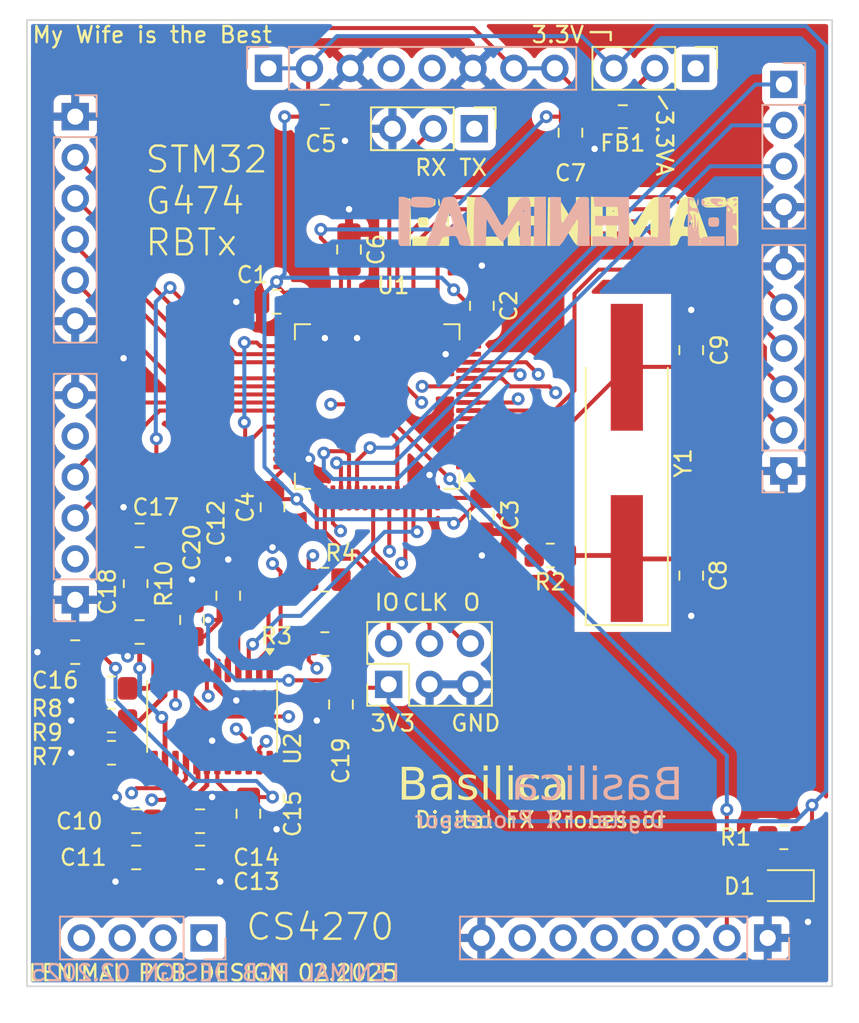
<source format=kicad_pcb>
(kicad_pcb (version 20240108) (generator "pcbnew") (generator_version "8.0")
  (layers (0 "F.Cu" signal) (1 "In1.Cu" signal) (2 "In2.Cu" signal) (31 "B.Cu" signal) (34 "B.Paste" user) (35 "F.Paste" user) (36 "B.SilkS" user "B.Silkscreen") (37 "F.SilkS" user "F.Silkscreen") (38 "B.Mask" user) (39 "F.Mask" user) (44 "Edge.Cuts" user))
  (net 0 "")
  (net 1 "+3.3V")
  (net 2 "GNDREF")
  (net 3 "+3.3VA")
  (net 4 "Net-(C8-Pad1)")
  (net 5 "/CS4270/OUTPUT_B")
  (net 6 "/CS4270/INPUT_B")
  (net 7 "/CS4270/INPUT_A")
  (net 8 "/CS4270/OUTPUT_A")
  (net 10 "/STM32/RX")
  (net 11 "/STM32/TX")
  (net 12 "/STM32/SWD_CLK")
  (net 13 "/STM32/SWD_IO")
  (net 15 "/STM32/HSC_IN")
  (net 16 "/STM32/HSC_OUT")
  (net 21 "/STM32/SIZE_CV")
  (net 22 "/CS4270/I2C_SDA")
  (net 23 "/CS4270/SAI_LRCLK")
  (net 25 "/STM32/TEXTURE_CV")
  (net 26 "/STM32/LED_DATA")
  (net 28 "/STM32/DENSITY_CV")
  (net 29 "/STM32/FREEZE_TRIGGER")
  (net 30 "/STM32/BLEND_CV")
  (net 35 "/STM32/PITCH")
  (net 36 "/CS4270/RST")
  (net 37 "/STM32/SW_LOAD")
  (net 38 "/STM32/TEXTURE")
  (net 39 "/STM32/POSITION_CV")
  (net 41 "/STM32/PLAY_TRIGGER")
  (net 42 "/STM32/SIZE")
  (net 43 "/CS4270/SAI_SDIN")
  (net 44 "/STM32/V_OCT")
  (net 45 "/STM32/BLEND")
  (net 46 "/CS4270/SAI_SDOUT")
  (net 47 "/CS4270/SAI_MCLK")
  (net 48 "/STM32/LED_ENABLE")
  (net 52 "Net-(D1-A)")
  (net 54 "/STM32/FREEZE_LED")
  (net 56 "/STM32/SW_MODE")
  (net 57 "/STM32/LED_CLK")
  (net 59 "/CS4270/SAI_SCLK")
  (net 60 "/CS4270/I2C_SCL")
  (net 61 "Net-(U2-AD1{slash}CDIN{slash}MDIV1)")
  (net 62 "Net-(U2-VQ)")
  (net 64 "Net-(U2-~{RST})")
  (net 65 "Net-(U2-AD2{slash}MDIV2)")
  (net 66 "Net-(U2-FIL+)")
  (net 69 "Net-(J4-Pin_2)")
  (net 70 "Net-(U2-AD0{slash}~{CS}{slash}I2S{slash}~{LJ})")
  (net 71 "/STM32/SW_FREEZE")
  (net 73 "/STM32/SWD_O")
  (footprint "Capacitor_SMD:C_0805_2012Metric_Pad1.18x1.45mm_HandSolder" (layer "F.Cu") (at 83.75 57 90)
    (property "Reference" "C7")
    (property "Value" "1uF")
  )
  (footprint "Capacitor_SMD:C_0805_2012Metric_Pad1.18x1.45mm_HandSolder" (layer "F.Cu") (at 68.5 56 180)
    (property "Reference" "C5")
    (property "Value" "10uF")
  )
  (footprint "Resistor_SMD:R_0805_2012Metric_Pad1.20x1.40mm_HandSolder" (layer "F.Cu") (at 82.5 83.25 180)
    (property "Reference" "R2")
    (property "Value" "10R")
  )
  (footprint "Package_SO:TSSOP-24_4.4x7.8mm_P0.65mm" (layer "F.Cu") (at 61.5 93.25 -90)
    (property "Reference" "U2")
    (property "Value" "CS4270")
  )
  (footprint "Package_QFP:LQFP-64_10x10mm_P0.5mm" (layer "F.Cu") (at 71.75 74 180)
    (property "Reference" "U1")
    (property "Value" "STM32G474RBTx")
  )
  (footprint "Connector_PinHeader_2.54mm:PinHeader_1x03_P2.54mm_Vertical" (layer "F.Cu") (at 77.775 56.75 -90)
    (property "Reference" "J6" (hide yes))
    (property "Value" "UART")
  )
  (footprint "Capacitor_SMD:C_0805_2012Metric_Pad1.18x1.45mm_HandSolder" (layer "F.Cu") (at 91.25 70.5 90)
    (property "Reference" "C9")
    (property "Value" "10pF")
  )
  (footprint "Capacitor_SMD:C_0805_2012Metric_Pad1.18x1.45mm_HandSolder" (layer "F.Cu") (at 65.25 80.25 90)
    (property "Reference" "C4")
    (property "Value" "100nF")
  )
  (footprint "Capacitor_SMD:C_0805_2012Metric_Pad1.18x1.45mm_HandSolder" (layer "F.Cu") (at 57 82 180)
    (property "Reference" "C17")
    (property "Value" "2.2uF")
  )
  (footprint "Capacitor_SMD:C_0805_2012Metric_Pad1.18x1.45mm_HandSolder" (layer "F.Cu") (at 70 64.25 -90)
    (property "Reference" "C6")
    (property "Value" "100nF")
  )
  (footprint "Resistor_SMD:R_0805_2012Metric_Pad1.20x1.40mm_HandSolder" (layer "F.Cu") (at 56.75 85 90)
    (property "Reference" "R10")
    (property "Value" "5K1")
  )
  (footprint "Capacitor_SMD:C_0805_2012Metric_Pad1.18x1.45mm_HandSolder" (layer "F.Cu") (at 60.75 99.75 180)
    (property "Reference" "C14")
    (property "Value" "47uF")
  )
  (footprint "Capacitor_SMD:C_0805_2012Metric_Pad1.18x1.45mm_HandSolder" (layer "F.Cu") (at 60.75 102 180)
    (property "Reference" "C13")
    (property "Value" "100nF")
  )
  (footprint "Inductor_SMD:L_0805_2012Metric_Pad1.15x1.40mm_HandSolder" (layer "F.Cu") (at 87 56 180)
    (property "Reference" "FB1")
    (property "Value" "120Ω")
  )
  (footprint "Capacitor_SMD:C_0805_2012Metric_Pad1.18x1.45mm_HandSolder" (layer "F.Cu") (at 62.5 85.75 90)
    (property "Reference" "C12")
    (property "Value" "100nF")
  )
  (footprint "Capacitor_SMD:C_0805_2012Metric_Pad1.18x1.45mm_HandSolder" (layer "F.Cu") (at 65.5 67.5)
    (property "Reference" "C1")
    (property "Value" "100nF")
  )
  (footprint "Capacitor_SMD:C_0805_2012Metric_Pad1.18x1.45mm_HandSolder" (layer "F.Cu") (at 78.25 80.75 90)
    (property "Reference" "C3")
    (property "Value" "100nF")
  )
  (footprint "Resistor_SMD:R_0805_2012Metric_Pad1.20x1.40mm_HandSolder" (layer "F.Cu") (at 55.25 93.5)
    (property "Reference" "R9")
    (property "Value" "5K1")
  )
  (footprint "Connector_PinHeader_2.54mm:PinHeader_1x03_P2.54mm_Vertical" (layer "F.Cu") (at 91.525 53 -90)
    (property "Reference" "J4" (hide yes))
    (property "Value" "V_VA_CONN")
  )
  (footprint "Crystal:Crystal_SMD_HC49-SD_HandSoldering" (layer "F.Cu") (at 87.25 77.5 90)
    (property "Reference" "Y1")
    (property "Value" "20MHZ")
  )
  (footprint "Capacitor_SMD:C_0805_2012Metric_Pad1.18x1.45mm_HandSolder" (layer "F.Cu") (at 78.25 67.75 -90)
    (property "Reference" "C2")
    (property "Value" "100nF")
  )
  (footprint "Resistor_SMD:R_0805_2012Metric_Pad1.20x1.40mm_HandSolder" (layer "F.Cu") (at 55.25 95.5)
    (property "Reference" "R7")
    (property "Value" "5K1")
  )
  (footprint "Resistor_SMD:R_0805_2012Metric_Pad1.20x1.40mm_HandSolder" (layer "F.Cu") (at 55.25 91.5)
    (property "Reference" "R8")
    (property "Value" "5K1")
  )
  (footprint "Resistor_SMD:R_0805_2012Metric_Pad1.20x1.40mm_HandSolder" (layer "F.Cu") (at 68.5 84.75)
    (property "Reference" "R4")
    (property "Value" "2K2")
  )
  (footprint "Resistor_SMD:R_0805_2012Metric_Pad1.20x1.40mm_HandSolder" (layer "F.Cu") (at 68.5 88.75 180)
    (property "Reference" "R3")
    (property "Value" "2K2")
  )
  (footprint "Capacitor_SMD:C_0805_2012Metric_Pad1.18x1.45mm_HandSolder" (layer "F.Cu") (at 60.25 87.25 90)
    (property "Reference" "C20")
    (property "Value" "100nF")
  )
  (footprint "LED_SMD:LED_0805_2012Metric_Pad1.15x1.40mm_HandSolder" (layer "F.Cu") (at 97 103.75 180)
    (property "Reference" "D1")
    (property "Value" "LED")
  )
  (footprint "Resistor_SMD:R_0805_2012Metric_Pad1.20x1.40mm_HandSolder" (layer "F.Cu") (at 97 100.75)
    (property "Reference" "R1")
    (property "Value" "330R")
  )
  (footprint "Capacitor_SMD:C_0805_2012Metric_Pad1.18x1.45mm_HandSolder" (layer "F.Cu") (at 56.7875 102 180)
    (property "Reference" "C11")
    (property "Value" "10uF")
  )
  (footprint "Capacitor_SMD:C_0805_2012Metric_Pad1.18x1.45mm_HandSolder" (layer "F.Cu") (at 91.25 84.5 -90)
    (property "Reference" "C8")
    (property "Value" "10pF")
  )
  (footprint "Synth:lenimal_logo_full" (layer "F.Cu") (at 83.75 62.5)
    (property "Reference" "G***" (hide yes))
    (property "Value" "LOGO" (hide yes))
  )
  (footprint "Capacitor_SMD:C_0805_2012Metric_Pad1.18x1.45mm_HandSolder" (layer "F.Cu") (at 53 89.25 180)
    (property "Reference" "C16")
    (property "Value" "10uF")
  )
  (footprint "Capacitor_SMD:C_0805_2012Metric_Pad1.18x1.45mm_HandSolder" (layer "F.Cu") (at 57 88 180)
    (property "Reference" "C18")
    (property "Value" "2.2uF")
  )
  (footprint "Connector_PinHeader_2.54mm:PinHeader_2x03_P2.54mm_Vertical" (layer "F.Cu") (at 72.46 91.25 90)
    (property "Reference" "J5" (hide yes))
    (property "Value" "SWD")
  )
  (footprint "Capacitor_SMD:C_0805_2012Metric_Pad1.18x1.45mm_HandSolder" (layer "F.Cu") (at 69.5 92.5 -90)
    (property "Reference" "C19")
    (property "Value" "10uF")
  )
  (footprint "Capacitor_SMD:C_0805_2012Metric_Pad1.18x1.45mm_HandSolder" (layer "F.Cu") (at 56.7875 99.75 180)
    (property "Reference" "C10")
    (property "Value" "100nF")
  )
  (footprint "Capacitor_SMD:C_0805_2012Metric_Pad1.18x1.45mm_HandSolder" (layer "F.Cu") (at 63.75 99.2875 -90)
    (property "Reference" "C15")
    (property "Value" "100nF")
  )
  (footprint "Connector_PinHeader_2.54mm:PinHeader_1x06_P2.54mm_Vertical" (layer "B.Cu") (at 53 56 180)
    (property "Reference" "J11" (hide yes))
    (property "Value" "Conn_01x06")
  )
  (footprint "Synth:lenimal_logo_full" (layer "B.Cu") (at 83.5 62.5 180)
    (property "Reference" "G***" (hide yes))
    (property "Value" "LOGO" (hide yes))
  )
  (footprint "Connector_PinHeader_2.54mm:PinHeader_1x04_P2.54mm_Vertical" (layer "B.Cu") (at 97 54 180)
    (property "Reference" "J2" (hide yes))
    (property "Value" "LED_DRIVER")
  )
  (footprint "Connector_PinHeader_2.54mm:PinHeader_1x06_P2.54mm_Vertical" (layer "B.Cu") (at 53 86)
    (property "Reference" "J10" (hide yes))
    (property "Value" "Conn_01x06")
  )
  (footprint "Connector_PinHeader_2.54mm:PinHeader_1x04_P2.54mm_Vertical" (layer "B.Cu") (at 61 107 90)
    (property "Reference" "J1" (hide yes))
    (property "Value" "AUDIO_IN_OUT")
  )
  (footprint "Connector_PinHeader_2.54mm:PinHeader_1x06_P2.54mm_Vertical" (layer "B.Cu") (at 97 78)
    (property "Reference" "J9" (hide yes))
    (property "Value" "Conn_01x06")
  )
  (footprint "Connector_PinHeader_2.54mm:PinHeader_1x08_P2.54mm_Vertical" (layer "B.Cu") (at 96 107 90)
    (property "Reference" "J8" (hide yes))
    (property "Value" "Conn_01x08")
  )
  (footprint "Connector_PinHeader_2.54mm:PinHeader_1x08_P2.54mm_Vertical" (layer "B.Cu") (at 65 53 -90)
    (property "Reference" "J3" (hide yes))
    (property "Value" "Power")
  )
  (gr_line (start 89.75 55.5) (end 89.25 54.75) (stroke (width 0.15)) (layer "F.SilkS"))
  (gr_line (start 86.25 50.75) (end 86.25 51.25) (stroke (width 0.15)) (layer "F.SilkS"))
  (gr_line (start 85 50.75) (end 86.25 50.75) (stroke (width 0.15)) (layer "F.SilkS"))
  (gr_rect (start 50 50) (end 100 110) (stroke (width 0.1)) (fill none) (layer "Edge.Cuts"))
  (gr_text "Basilica" (at 90.75 98.75 -0) (layer "B.SilkS") (effects (font (size 2 2)) (justify left bottom mirror)))
  (gr_text "LENIMAL PCB DESIGN 02.2025" (at 73.25 109.75 -0) (layer "B.SilkS") (effects (font (size 1 1)) (justify left bottom mirror)))
  (gr_text "Digital FX Processor" (at 89.75 100.25 -0) (layer "B.SilkS") (effects (font (size 1 1)) (justify left bottom mirror)))
  (gr_text "O" (at 77 86.75 0) (layer "F.SilkS") (effects (font (size 1 1)) (justify left bottom)))
  (gr_text "My Wife is the Best" (at 50.25 51.5 0) (layer "F.SilkS") (effects (font (size 1 1)) (justify left bottom)))
  (gr_text "3.3V" (at 81.25 51.5 0) (layer "F.SilkS") (effects (font (size 1 1)) (justify left bottom)))
  (gr_text "IO" (at 71.5 86.75 0) (layer "F.SilkS") (effects (font (size 1 1)) (justify left bottom)))
  (gr_text "Digital FX Processor" (at 74 100.25 0) (layer "F.SilkS") (effects (font (size 1 1)) (justify left bottom)))
  (gr_text "Basilica" (at 73 98.75 0) (layer "F.SilkS") (effects (font (size 2 2)) (justify left bottom)))
  (gr_text "LENIMAL PCB DESIGN 02.2025" (at 50 109.75 0) (layer "F.SilkS") (effects (font (size 1 1)) (justify left bottom)))
  (gr_text "TX" (at 76.75 59.75 0) (layer "F.SilkS") (effects (font (size 1 1)) (justify left bottom)))
  (gr_text "CLK" (at 73.25 86.75 0) (layer "F.SilkS") (effects (font (size 1 1)) (justify left bottom)))
  (gr_text "STM32\nG474\nRBTx" (at 57.25 64.75 0) (layer "F.SilkS") (effects (font (size 1.6 1.6)) (justify left bottom)))
  (gr_text "GND" (at 76.25 94.25 0) (layer "F.SilkS") (effects (font (size 1 1)) (justify left bottom)))
  (gr_text "CS4270" (at 63.5 107.25 0) (layer "F.SilkS") (effects (font (size 1.6 1.6)) (justify left bottom)))
  (gr_text "RX" (at 74 59.75 0) (layer "F.SilkS") (effects (font (size 1 1)) (justify left bottom)))
  (gr_text "3.3VA" (at 89 55.5 -90) (layer "F.SilkS") (effects (font (size 1 1)) (justify left bottom)))
  (gr_text "3V3" (at 71.25 94.25 0) (layer "F.SilkS") (effects (font (size 1 1)) (justify left bottom)))
  (segment (start 67.4625 56) (end 67.4625 53.0775) (width 0.25) (layer "F.Cu") (net 1))
  (segment (start 65.5 66.25) (end 65.5 66.4625) (width 0.25) (layer "F.Cu") (net 1))
  (segment (start 77.9625 79.7125) (end 77.925 79.675) (width 0.25) (layer "F.Cu") (net 1))
  (segment (start 69.5 91.4625) (end 72.2475 91.4625) (width 0.25) (layer "F.Cu") (net 1))
  (segment (start 76.5 66.75) (end 78.25 68.5) (width 0.25) (layer "F.Cu") (net 1))
  (segment (start 69.0375 91) (end 69.5 91.4625) (width 0.25) (layer "F.Cu") (net 1))
  (segment (start 62.0375 87.25) (end 62.5 86.7875) (width 0.25) (layer "F.Cu") (net 1))
  (segment (start 78.25 79.7125) (end 77.9625 79.7125) (width 0.25) (layer "F.Cu") (net 1))
  (segment (start 98.75 100.5) (end 98.5 100.75) (width 0.25) (layer "F.Cu") (net 1))
  (segment (start 65.5 66.4625) (end 66.5375 67.5) (width 0.25) (layer "F.Cu") (net 1))
  (segment (start 61 88.2875) (end 62.5 86.7875) (width 0.25) (layer "F.Cu") (net 1))
  (segment (start 98.75 98.75) (end 98.75 100.5) (width 0.25) (layer "F.Cu") (net 1))
  (segment (start 69.5 86.75) (end 69.5 84.75) (width 0.25) (layer "F.Cu") (net 1))
  (segment (start 60.25 88.2875) (end 61 88.2875) (width 0.25) (layer "F.Cu") (net 1))
  (segment (start 65.25 78.575) (end 66.075 77.75) (width 0.25) (layer "F.Cu") (net 1))
  (segment (start 69.5 91.4625) (end 69.5 88.75) (width 0.25) (layer "F.Cu") (net 1))
  (segment (start 60.525 90.3875) (end 60.525 88.5625) (width 0.25) (layer "F.Cu") (net 1))
  (segment (start 66.5375 67.5) (end 67.175 67.5) (width 0.25) (layer "F.Cu") (net 1))
  (segment (start 66.25 91) (end 69.0375 91) (width 0.25) (layer "F.Cu") (net 1))
  (segment (start 60.525 88.5625) (end 60.25 88.2875) (width 0.25) (layer "F.Cu") (net 1))
  (segment (start 67.4625 56) (end 66 56) (width 0.25) (layer "F.Cu") (net 1))
  (segment (start 66.75 79.75) (end 65.7875 79.75) (width 0.25) (layer "F.Cu") (net 1))
  (segment (start 76.5 81.25) (end 76.7125 81.25) (width 0.25) (layer "F.Cu") (net 1))
  (segment (start 65.7875 79.75) (end 65.25 79.2125) (width 0.25) (layer "F.Cu") (net 1))
  (segment (start 78.25 78.575) (end 77.425 77.75) (width 0.25) (layer "F.Cu") (net 1))
  (segment (start 61.25 87.25) (end 62.0375 87.25) (width 0.25) (layer "F.Cu") (net 1))
  (segment (start 77.925 79.675) (end 75.5 79.675) (width 0.25) (layer "F.Cu") (net 1))
  (segment (start 67.175 67.5) (end 68 68.325) (width 0.25) (layer "F.Cu") (net 1))
  (segment (start 78.25 79.7125) (end 78.25 78.575) (width 0.25) (layer "F.Cu") (net 1))
  (segment (start 78.25 68.5) (end 78.25 68.7875) (width 0.25) (layer "F.Cu") (net 1))
  (segment (start 67.4625 53.0775) (end 67.54 53) (width 0.25) (layer "F.Cu") (net 1))
  (segment (start 78.25 69.425) (end 77.425 70.25) (width 0.25) (layer "F.Cu") (net 1))
  (segment (start 65.25 79.2125) (end 65.25 78.575) (width 0.25) (layer "F.Cu") (net 1))
  (segment (start 78.25 68.7875) (end 78.25 69.425) (width 0.25) (layer "F.Cu") (net 1))
  (segment (start 76.7125 81.25) (end 78.25 79.7125) (width 0.25) (layer "F.Cu") (net 1))
  (segment (start 72.2475 91.4625) (end 72.46 91.25) (width 0.25) (layer "F.Cu") (net 1))
  (segment (start 62.475 86.8125) (end 62.5 86.7875) (width 0.25) (layer "F.Cu") (net 1))
  (segment (start 69.5 88.75) (end 69.5 86.75) (width 0.25) (layer "F.Cu") (net 1))
  (segment (start 62.475 90.3875) (end 62.475 86.8125) (width 0.25) (layer "F.Cu") (net 1))
  (via (at 76.5 66.75) (size 0.8) (drill 0.4) (layers "F.Cu" "B.Cu") (net 1))
  (via (at 76.5 81.25) (size 0.8) (drill 0.4) (layers "F.Cu" "B.Cu") (net 1))
  (via (at 65.5 66.25) (size 0.8) (drill 0.4) (layers "F.Cu" "B.Cu") (net 1))
  (via (at 66.75 79.75) (size 0.8) (drill 0.4) (layers "F.Cu" "B.Cu") (net 1))
  (via (at 98.75 98.75) (size 0.8) (drill 0.4) (layers "F.Cu" "B.Cu") (net 1))
  (via (at 66.25 91) (size 0.8) (drill 0.4) (layers "F.Cu" "B.Cu") (net 1))
  (via (at 66 56) (size 0.8) (drill 0.4) (layers "F.Cu" "B.Cu") (net 1))
  (via (at 61.25 87.25) (size 0.8) (drill 0.4) (layers "F.Cu" "B.Cu") (net 1))
  (segment (start 89.07 50.375) (end 86.445 53) (width 0.25) (layer "B.Cu") (net 1))
  (segment (start 66.25 91) (end 63 91) (width 0.25) (layer "B.Cu") (net 1))
  (segment (start 86.445 53) (end 84.445 51) (width 0.25) (layer "B.Cu") (net 1))
  (segment (start 69.25 51) (end 67.54 52.71) (width 0.25) (layer "B.Cu") (net 1))
  (segment (start 65.75 66) (end 65.5 66.25) (width 0.25) (layer "B.Cu") (net 1))
  (segment (start 98.375 50.375) (end 89.07 50.375) (width 0.25) (layer "B.Cu") (net 1))
  (segment (start 97.75 99.75) (end 79.86 99.75) (width 0.25) (layer "B.Cu") (net 1))
  (segment (start 75.75 66) (end 65.75 66) (width 0.25) (layer "B.Cu") (net 1))
  (segment (start 66 56) (end 66 65.75) (width 0.25) (layer "B.Cu") (net 1))
  (segment (start 79.86 99.75) (end 72.46 92.35) (width 0.25) (layer "B.Cu") (net 1))
  (segment (start 67.54 53) (end 65 53) (width 0.25) (layer "B.Cu") (net 1))
  (segment (start 64.75 77.75) (end 66.75 79.75) (width 0.25) (layer "B.Cu") (net 1))
  (segment (start 99.625 51.625) (end 98.375 50.375) (width 0.25) (layer "B.Cu") (net 1))
  (segment (start 99.625 97.875) (end 99.625 51.625) (width 0.25) (layer "B.Cu") (net 1))
  (segment (start 76.5 66.75) (end 75.75 66) (width 0.25) (layer "B.Cu") (net 1))
  (segment (start 68 81) (end 66.75 79.75) (width 0.25) (layer "B.Cu") (net 1))
  (segment (start 76.25 81) (end 68 81) (width 0.25) (layer "B.Cu") (net 1))
  (segment (start 76.5 81.25) (end 76.25 81) (width 0.25) (layer "B.Cu") (net 1))
  (segment (start 98.75 98.75) (end 97.75 99.75) (width 0.25) (layer "B.Cu") (net 1))
  (segment (start 67.54 52.71) (end 67.54 53) (width 0.25) (layer "B.Cu") (net 1))
  (segment (start 61.25 89.25) (end 61.25 87.25) (width 0.25) (layer "B.Cu") (net 1))
  (segment (start 98.75 98.75) (end 99.625 97.875) (width 0.25) (layer "B.Cu") (net 1))
  (segment (start 72.46 92.35) (end 72.46 91.25) (width 0.25) (layer "B.Cu") (net 1))
  (segment (start 66 65.75) (end 65.5 66.25) (width 0.25) (layer "B.Cu") (net 1))
  (segment (start 65.5 66.25) (end 64.75 67) (width 0.25) (layer "B.Cu") (net 1))
  (segment (start 63 91) (end 61.25 89.25) (width 0.25) (layer "B.Cu") (net 1))
  (segment (start 84.445 51) (end 69.25 51) (width 0.25) (layer "B.Cu") (net 1))
  (segment (start 64.75 67) (end 64.75 77.75) (width 0.25) (layer "B.Cu") (net 1))
  (segment (start 61.5 94.75) (end 61.980588 94.75) (width 0.5) (layer "F.Cu") (net 2))
  (segment (start 62.727388 92.25) (end 61.825 91.347612) (width 0.5) (layer "F.Cu") (net 2))
  (segment (start 77.425 70.75) (end 76 70.75) (width 0.3) (layer "F.Cu") (net 2))
  (segment (start 63 92.25) (end 62.727388 92.25) (width 0.5) (layer "F.Cu") (net 2))
  (segment (start 70.5 68.325) (end 70.5 69.75) (width 0.3) (layer "F.Cu") (net 2))
  (segment (start 62.475 95.244412) (end 62.475 96.1125) (width 0.5) (layer "F.Cu") (net 2))
  (segment (start 61.5 99.4625) (end 61.7875 99.75) (width 0.3) (layer "F.Cu") (net 2))
  (segment (start 61.980588 94.75) (end 62.475 95.244412) (width 0.5) (layer "F.Cu") (net 2))
  (segment (start 61.825 91.347612) (end 61.825 90.3875) (width 0.5) (layer "F.Cu") (net 2))
  (segment (start 66.075 77.25) (end 67.5 77.25) (width 0.3) (layer "F.Cu") (net 2))
  (via (at 56.25 89.5) (size 0.8) (drill 0.4) (layers "F.Cu" "B.Cu") (net 2))
  (via (at 91.25 87) (size 0.8) (drill 0.4) (layers "F.Cu" "B.Cu") (net 2))
  (via (at 52.75 93.5) (size 0.8) (drill 0.4) (layers "F.Cu" "B.Cu") (net 2))
  (via (at 70.5 69.75) (size 0.8) (drill 0.4) (layers "F.Cu" "B.Cu") (net 2))
  (via (at 62 103.5) (size 0.8) (drill 0.4) (layers "F.Cu" "B.Cu") (net 2))
  (via (at 55.5 103.5) (size 0.8) (drill 0.4) (layers "F.Cu" "B.Cu") (net 2))
  (via (at 62.5 83.5) (size 0.8) (drill 0.4) (layers "F.Cu" "B.Cu") (net 2))
  (via (at 67.5 77.25) (size 0.8) (drill 0.4) (layers "F.Cu" "B.Cu") (net 2))
  (via (at 63 92.25) (size 0.8) (drill 0.4) (layers "F.Cu" "B.Cu") (net 2))
  (via (at 61.5 94.75) (size 0.8) (drill 0.4) (layers "F.Cu" "B.Cu") (net 2))
  (via (at 85.25 58) (size 0.8) (drill 0.4) (layers "F.Cu" "B.Cu") (net 2))
  (via (at 52.75 95.5) (size 0.8) (drill 0.4) (layers "F.Cu" "B.Cu") (net 2))
  (via (at 91.25 68) (size 0.8) (drill 0.4) (layers "F.Cu" "B.Cu") (net 2))
  (via (at 61.5 98.25) (size 0.8) (drill 0.4) (layers "F.Cu" "B.Cu") (net 2))
  (via (at 60.25 84.75) (size 0.8) (drill 0.4) (layers "F.Cu" "B.Cu") (net 2))
  (via (at 56 71) (size 0.8) (drill 0.4) (layers "F.Cu" "B.Cu") (net 2))
  (via (at 56 80.25) (size 0.8) (drill 0.4) (layers "F.Cu" "B.Cu") (net 2))
  (via (at 65.25 82.75) (size 0.8) (drill 0.4) (layers "F.Cu" "B.Cu") (net 2))
  (via (at 69.75 57.5) (size 0.8) (drill 0.4) (layers "F.Cu" "B.Cu") (net 2))
  (via (at 50.65 89.25) (size 0.8) (drill 0.4) (layers "F.Cu" "B.Cu") (net 2))
  (via (at 68 93.5) (size 0.8) (drill 0.4) (layers "F.Cu" "B.Cu") (net 2))
  (via (at 75 78.25) (size 0.8) (drill 0.4) (layers "F.Cu" "B.Cu") (net 2))
  (via (at 52.75 92.25) (size 0.8) (drill 0.4) (layers "F.Cu" "B.Cu") (net 2))
  (via (at 76 70.75) (size 0.8) (drill 0.4) (layers "F.Cu" "B.Cu") (net 2))
  (via (at 68.5 69.75) (size 0.8) (drill 0.4) (layers "F.Cu" "B.Cu") (net 2))
  (via (at 55.5 98.25) (size 0.8) (drill 0.4) (layers "F.Cu" "B.Cu") (net 2))
  (via (at 65.5 100.25) (size 0.8) (drill 0.4) (layers "F.Cu" "B.Cu") (net 2))
  (via (at 63 67.5) (size 0.8) (drill 0.4) (layers "F.Cu" "B.Cu") (net 2))
  (via (at 70 61.75) (size 0.8) (drill 0.4) (layers "F.Cu" "B.Cu") (net 2))
  (via (at 98.5 106) (size 0.8) (drill 0.4) (layers "F.Cu" "B.Cu") (net 2))
  (via (at 78.25 83.25) (size 0.8) (drill 0.4) (layers "F.Cu" "B.Cu") (net 2))
  (via (at 78.25 65.25) (size 0.8) (drill 0.4) (layers "F.Cu" "B.Cu") (net 2))
  (segment (start 85.9375 55.9625) (end 85.975 56) (width 0.25) (layer "F.Cu") (net 3))
  (segment (start 54.0375 89.25) (end 53.64375 89.25) (width 0.25) (layer "F.Cu") (net 3))
  (segment (start 83.75 55.9625) (end 85.9375 55.9625) (width 0.25) (layer "F.Cu") (net 3))
  (segment (start 55.5 90.25) (end 54.5 89.25) (width 0.25) (layer "F.Cu") (net 3))
  (segment (start 82.25 56) (end 83.7125 56) (width 0.25) (layer "F.Cu") (net 3))
  (segment (start 83.75 55.9625) (end 83.75 53.97) (width 0.25) (layer "F.Cu") (net 3))
  (segment (start 54.5 89.25) (end 54.0375 89.25) (width 0.25) (layer "F.Cu") (net 3))
  (segment (start 83.75 53.97) (end 82.78 53) (width 0.25) (layer "F.Cu") (net 3))
  (segment (start 77.74 50.5) (end 80.24 53) (width 0.25) (layer "F.Cu") (net 3))
  (segment (start 69.5 68.325) (end 69.5 65.7875) (width 0.25) (layer "F.Cu") (net 3))
  (segment (start 83.7125 56) (end 83.75 55.9625) (width 0.25) (layer "F.Cu") (net 3))
  (segment (start 61.825 97.325) (end 61.825 96.1125) (width 0.25) (layer "F.Cu") (net 3))
  (segment (start 69.5 65.7875) (end 70 65.2875) (width 0.25) (layer "F.Cu") (net 3))
  (segment (start 68.25 63.5375) (end 70 65.2875) (width 0.25) (layer "F.Cu") (net 3))
  (segment (start 53.64375 89.25) (end 50.375 85.98125) (width 0.25) (layer "F.Cu") (net 3))
  (segment (start 70 68.325) (end 70 65.2875) (width 0.25) (layer "F.Cu") (net 3))
  (segment (start 63.75 98.25) (end 65.25 98.25) (width 0.25) (layer "F.Cu") (net 3))
  (segment (start 50.4 52.375) (end 50.4 85.98125) (width 0.3) (layer "F.Cu") (net 3))
  (segment (start 63.75 98.25) (end 62.75 98.25) (width 0.25) (layer "F.Cu") (net 3))
  (segment (start 62.75 98.25) (end 61.825 97.325) (width 0.25) (layer "F.Cu") (net 3))
  (segment (start 50.4 52.375) (end 50.4 51.85) (width 0.25) (layer "F.Cu") (net 3))
  (segment (start 51.75 50.5) (end 77.74 50.5) (width 0.25) (layer "F.Cu") (net 3))
  (segment (start 50.4 51.85) (end 51.75 50.5) (width 0.25) (layer "F.Cu") (net 3))
  (segment (start 68.25 63) (end 68.25 63.5375) (width 0.25) (layer "F.Cu") (net 3))
  (via (at 68.25 63) (size 0.8) (drill 0.4) (layers "F.Cu" "B.Cu") (net 3))
  (via (at 65.25 98.25) (size 0.8) (drill 0.4) (layers "F.Cu" "B.Cu") (net 3))
  (via (at 82.25 56) (size 0.8) (drill 0.4) (layers "F.Cu" "B.Cu") (net 3))
  (via (at 55.5 90.25) (size 0.8) (drill 0.4) (layers "F.Cu" "B.Cu") (net 3))
  (segment (start 60.5 97.25) (end 64.25 97.25) (width 0.25) (layer "B.Cu") (net 3))
  (segment (start 64.25 97.25) (end 65.25 98.25) (width 0.25) (layer "B.Cu") (net 3))
  (segment (start 68.25 63) (end 75.25 63) (width 0.25) (layer "B.Cu") (net 3))
  (segment (start 55.5 92.25) (end 60.5 97.25) (width 0.25) (layer "B.Cu") (net 3))
  (segment (start 80.24 53) (end 82.78 53) (width 0.25) (layer "B.Cu") (net 3))
  (segment (start 75.25 63) (end 82.25 56) (width 0.25) (layer "B.Cu") (net 3))
  (segment (start 55.5 90.25) (end 55.5 92.25) (width 0.25) (layer "B.Cu") (net 3))
  (segment (start 83.5 83.25) (end 87.0625 83.25) (width 0.3) (layer "F.Cu") (net 4))
  (segment (start 87.7125 83.4625) (end 91.25 83.4625) (width 0.3) (layer "F.Cu") (net 4))
  (segment (start 87.0625 83.25) (end 87.25 83.4375) (width 0.3) (layer "F.Cu") (net 4))
  (segment (start 87.25 83.4375) (end 87.6875 83.4375) (width 0.3) (layer "F.Cu") (net 4))
  (segment (start 87.6875 83.4375) (end 87.7125 83.4625) (width 0.3) (layer "F.Cu") (net 4))
  (segment (start 64.425 95.222326) (end 64.425 96.1125) (width 0.25) (layer "F.Cu") (net 5))
  (segment (start 64.863683 94.783643) (end 64.425 95.222326) (width 0.25) (layer "F.Cu") (net 5))
  (via (at 64.863683 94.783643) (size 0.8) (drill 0.4) (layers "F.Cu" "B.Cu") (net 5))
  (segment (start 59.875 97.125) (end 59.875 96.1125) (width 0.25) (layer "F.Cu") (net 6))
  (segment (start 57.750775 98.425) (end 58.575 98.425) (width 0.25) (layer "F.Cu") (net 6))
  (segment (start 58.575 98.425) (end 59.875 97.125) (width 0.25) (layer "F.Cu") (net 6))
  (via (at 57.750775 98.425) (size 0.8) (drill 0.4) (layers "F.Cu" "B.Cu") (net 6))
  (segment (start 56.5 98) (end 56.8 97.7) (width 0.25) (layer "F.Cu") (net 7))
  (segment (start 56.8 97.7) (end 58.663604 97.7) (width 0.25) (layer "F.Cu") (net 7))
  (segment (start 59.225 97.138604) (end 59.225 96.1125) (width 0.25) (layer "F.Cu") (net 7))
  (segment (start 58.663604 97.7) (end 59.225 97.138604) (width 0.25) (layer "F.Cu") (net 7))
  (via (at 56.5 98) (size 0.8) (drill 0.4) (layers "F.Cu" "B.Cu") (net 7))
  (segment (start 63 94.025) (end 63.775 94.8) (width 0.25) (layer "F.Cu") (net 8))
  (segment (start 63.775 94.8) (end 63.775 96.1125) (width 0.25) (layer "F.Cu") (net 8))
  (via (at 63 94.025) (size 0.8) (drill 0.4) (layers "F.Cu" "B.Cu") (net 8))
  (segment (start 72.5 59.485) (end 75.235 56.75) (width 0.25) (layer "F.Cu") (net 10))
  (segment (start 72.5 68.325) (end 72.5 59.485) (width 0.25) (layer "F.Cu") (net 10))
  (segment (start 70.862347 73.862347) (end 73 76) (width 0.25) (layer "F.Cu") (net 11))
  (segment (start 68.862347 73.862347) (end 70.862347 73.862347) (width 0.25) (layer "F.Cu") (net 11))
  (segment (start 73 76) (end 73 79.675) (width 0.25) (layer "F.Cu") (net 11))
  (via (at 68.862347 73.862347) (size 0.8) (drill 0.4) (layers "F.Cu" "B.Cu") (net 11))
  (segment (start 75 87.5) (end 75 88.71) (width 0.25) (layer "F.Cu") (net 12))
  (segment (start 68.5 79.675) (end 68.5 81.775305) (width 0.25) (layer "F.Cu") (net 12))
  (segment (start 70.5 83) (end 75 87.5) (width 0.25) (layer "F.Cu") (net 12))
  (segment (start 68.5 81.775305) (end 69.724695 83) (width 0.25) (layer "F.Cu") (net 12))
  (segment (start 69.724695 83) (end 70.5 83) (width 0.25) (layer "F.Cu") (net 12))
  (segment (start 72.46 85.596396) (end 72.46 88.71) (width 0.25) (layer "F.Cu") (net 13))
  (segment (start 68 81.911701) (end 69.538299 83.45) (width 0.25) (layer "F.Cu") (net 13))
  (segment (start 69.538299 83.45) (end 70.313604 83.45) (width 0.25) (layer "F.Cu") (net 13))
  (segment (start 68 79.675) (end 68 81.911701) (width 0.25) (layer "F.Cu") (net 13))
  (segment (start 70.313604 83.45) (end 72.46 85.596396) (width 0.25) (layer "F.Cu") (net 13))
  (segment (start 81.5 83.25) (end 81.5 77.75) (width 0.25) (layer "F.Cu") (net 15))
  (segment (start 81.5 77.75) (end 79.5 75.75) (width 0.25) (layer "F.Cu") (net 15))
  (segment (start 79.5 75.75) (end 77.425 75.75) (width 0.25) (layer "F.Cu") (net 15))
  (segment (start 91.25 71.5375) (end 87.275 71.5375) (width 0.25) (layer "F.Cu") (net 16))
  (segment (start 77.425 75.25) (end 83.5625 75.25) (width 0.25) (layer "F.Cu") (net 16))
  (segment (start 83.5625 75.25) (end 87.25 71.5625) (width 0.25) (layer "F.Cu") (net 16))
  (segment (start 87.275 71.5375) (end 87.25 71.5625) (width 0.25) (layer "F.Cu") (net 16))
  (segment (start 80.275 73.75) (end 77.425 73.75) (width 0.25) (layer "F.Cu") (net 21))
  (segment (start 80.5 73.525) (end 80.275 73.75) (width 0.25) (layer "F.Cu") (net 21))
  (via (at 80.5 73.525) (size 0.8) (drill 0.4) (layers "F.Cu" "B.Cu") (net 21))
  (segment (start 73.5 83.5) (end 73.5 79.675) (width 0.25) (layer "F.Cu") (net 22))
  (segment (start 73.262653 83.737347) (end 73.5 83.5) (width 0.25) (layer "F.Cu") (net 22))
  (segment (start 67.5 89.75) (end 67.5 88.75) (width 0.25) (layer "F.Cu") (net 22))
  (segment (start 66.25 93.25) (end 61.500001 93.25) (width 0.25) (layer "F.Cu") (net 22))
  (segment (start 61.500001 93.25) (end 59.875 91.624999) (width 0.25) (layer "F.Cu") (net 22))
  (segment (start 59.875 91.624999) (end 59.875 90.3875) (width 0.25) (layer "F.Cu") (net 22))
  (segment (start 68 90.25) (end 67.5 89.75) (width 0.25) (layer "F.Cu") (net 22))
  (via (at 68 90.25) (size 0.8) (drill 0.4) (layers "F.Cu" "B.Cu") (net 22))
  (via (at 66.25 93.25) (size 0.8) (drill 0.4) (layers "F.Cu" "B.Cu") (net 22))
  (via (at 73.262653 83.737347) (size 0.8) (drill 0.4) (layers "F.Cu" "B.Cu") (net 22))
  (segment (start 64 76) (end 64.75 75.25) (width 0.25) (layer "F.Cu") (net 23))
  (segment (start 65 89.121188) (end 65 85.25) (width 0.25) (layer "F.Cu") (net 23))
  (segment (start 64.75 75.25) (end 66.075 75.25) (width 0.25) (layer "F.Cu") (net 23))
  (segment (start 65 85.25) (end 64 84.25) (width 0.25) (layer "F.Cu") (net 23))
  (segment (start 64.425 90.3875) (end 64.425 89.696188) (width 0.25) (layer "F.Cu") (net 23))
  (segment (start 64.425 89.696188) (end 65 89.121188) (width 0.25) (layer "F.Cu") (net 23))
  (segment (start 64 84.25) (end 64 76) (width 0.25) (layer "F.Cu") (net 23))
  (segment (start 74.506326 73.743674) (end 73.5 72.737348) (width 0.25) (layer "F.Cu") (net 25))
  (segment (start 73.5 72.737348) (end 73.5 68.325) (width 0.25) (layer "F.Cu") (net 25))
  (via (at 74.506326 73.743674) (size 0.8) (drill 0.4) (layers "F.Cu" "B.Cu") (net 25))
  (segment (start 71.305545 76.555545) (end 70.5 77.36109) (width 0.25) (layer "F.Cu") (net 26))
  (segment (start 70.5 77.36109) (end 70.5 79.675) (width 0.25) (layer "F.Cu") (net 26))
  (via (at 71.305545 76.555545) (size 0.8) (drill 0.4) (layers "F.Cu" "B.Cu") (net 26))
  (segment (start 72.71976 76.555545) (end 76.225 73.050305) (width 0.25) (layer "B.Cu") (net 26))
  (segment (start 76.225 73.050305) (end 76.225 73.025) (width 0.25) (layer "B.Cu") (net 26))
  (segment (start 76.225 73.025) (end 95.25 54) (width 0.25) (layer "B.Cu") (net 26))
  (segment (start 71.305545 76.555545) (end 72.71976 76.555545) (width 0.25) (layer "B.Cu") (net 26))
  (segment (start 95.25 54) (end 97 54) (width 0.25) (layer "B.Cu") (net 26))
  (segment (start 81.75 72) (end 81 71.25) (width 0.25) (layer "F.Cu") (net 28))
  (segment (start 81 71.25) (end 77.425 71.25) (width 0.25) (layer "F.Cu") (net 28))
  (via (at 81.75 72) (size 0.8) (drill 0.4) (layers "F.Cu" "B.Cu") (net 28))
  (segment (start 66.075 74.25) (end 58.25 74.25) (width 0.25) (layer "F.Cu") (net 29))
  (segment (start 54.75 77.75) (end 54.75 79.17) (width 0.25) (layer "F.Cu") (net 29))
  (segment (start 54.75 79.17) (end 53 80.92) (width 0.25) (layer "F.Cu") (net 29))
  (segment (start 58.25 74.25) (end 54.75 77.75) (width 0.25) (layer "F.Cu") (net 29))
  (segment (start 76.262653 78.487347) (end 76.262651 78.487347) (width 0.25) (layer "F.Cu") (net 30))
  (segment (start 76.262651 78.487347) (end 69.525304 71.75) (width 0.25) (layer "F.Cu") (net 30))
  (segment (start 93.46 99.025) (end 93.46 107) (width 0.25) (layer "F.Cu") (net 30))
  (segment (start 69.525304 71.75) (end 66.075 71.75) (width 0.25) (layer "F.Cu") (net 30))
  (via (at 93.46 99.025) (size 0.8) (drill 0.4) (layers "F.Cu" "B.Cu") (net 30))
  (via (at 76.262653 78.487347) (size 0.8) (drill 0.4) (layers "F.Cu" "B.Cu") (net 30))
  (segment (start 93.46 99.025) (end 93.46 95.684695) (width 0.25) (layer "B.Cu") (net 30))
  (segment (start 76.262653 78.487348) (end 76.262653 78.487347) (width 0.25) (layer "B.Cu") (net 30))
  (segment (start 93.46 95.684695) (end 76.262653 78.487348) (width 0.25) (layer "B.Cu") (net 30))
  (segment (start 88 62.5) (end 95.825 70.325) (width 0.25) (layer "F.Cu") (net 35))
  (segment (start 95.825 71.745) (end 97 72.92) (width 0.25) (layer "F.Cu") (net 35))
  (segment (start 75.5 68.325) (end 75.5 63.75) (width 0.25) (layer "F.Cu") (net 35))
  (segment (start 75.5 63.75) (end 76.75 62.5) (width 0.25) (layer "F.Cu") (net 35))
  (segment (start 95.825 70.325) (end 95.825 71.745) (width 0.25) (layer "F.Cu") (net 35))
  (segment (start 76.75 62.5) (end 88 62.5) (width 0.25) (layer "F.Cu") (net 35))
  (segment (start 58.0375 82) (end 58.0375 82.7125) (width 0.25) (layer "F.Cu") (net 36))
  (segment (start 58.0375 76) (end 58.0375 82) (width 0.25) (layer "F.Cu") (net 36))
  (segment (start 58.0375 82.7125) (end 56.75 84) (width 0.25) (layer "F.Cu") (net 36))
  (segment (start 63 70.75) (end 66.075 70.75) (width 0.25) (layer "F.Cu") (net 36))
  (segment (start 58.887653 66.612347) (end 58.887653 66.637653) (width 0.25) (layer "F.Cu") (net 36))
  (segment (start 58.887653 66.637653) (end 63 70.75) (width 0.25) (layer "F.Cu") (net 36))
  (via (at 58.887653 66.612347) (size 0.8) (drill 0.4) (layers "F.Cu" "B.Cu") (net 36))
  (via (at 58.0375 76) (size 0.8) (drill 0.4) (layers "F.Cu" "B.Cu") (net 36))
  (segment (start 58.0375 76) (end 58 75.9625) (width 0.25) (layer "B.Cu") (net 36))
  (segment (start 58 75.9625) (end 58 67.5) (width 0.25) (layer "B.Cu") (net 36))
  (segment (start 58 67.5) (end 58.887653 66.612347) (width 0.25) (layer "B.Cu") (net 36))
  (segment (start 56.75 62.29) (end 53 58.54) (width 0.25) (layer "F.Cu") (net 37))
  (segment (start 66.075 71.25) (end 62.5 71.25) (width 0.25) (layer "F.Cu") (net 37))
  (segment (start 62.5 71.25) (end 56.75 65.5) (width 0.25) (layer "F.Cu") (net 37))
  (segment (start 56.75 65.5) (end 56.75 62.29) (width 0.25) (layer "F.Cu") (net 37))
  (segment (start 88.37 61.75) (end 76.25 61.75) (width 0.25) (layer "F.Cu") (net 38))
  (segment (start 74 64) (end 74 68.325) (width 0.25) (layer "F.Cu") (net 38))
  (segment (start 76.25 61.75) (end 74 64) (width 0.25) (layer "F.Cu") (net 38))
  (segment (start 97 70.38) (end 88.37 61.75) (width 0.25) (layer "F.Cu") (net 38))
  (segment (start 77.425 71.75) (end 80.35 71.75) (width 0.25) (layer "F.Cu") (net 39))
  (segment (start 80.35 71.75) (end 80.625 72.025) (width 0.25) (layer "F.Cu") (net 39))
  (via (at 80.625 72.025) (size 0.8) (drill 0.4) (layers "F.Cu" "B.Cu") (net 39))
  (segment (start 57.25 73.75) (end 53 78) (width 0.25) (layer "F.Cu") (net 41))
  (segment (start 53 78) (end 53 78.38) (width 0.25) (layer "F.Cu") (net 41))
  (segment (start 66.075 73.75) (end 57.25 73.75) (width 0.25) (layer "F.Cu") (net 41))
  (segment (start 97 75.46) (end 95 73.46) (width 0.25) (layer "F.Cu") (net 42))
  (segment (start 85.5 65.5) (end 84 67) (width 0.25) (layer "F.Cu") (net 42))
  (segment (start 82.75 74.25) (end 77.425 74.25) (width 0.25) (layer "F.Cu") (net 42))
  (segment (start 95 70.5) (end 90 65.5) (width 0.25) (layer "F.Cu") (net 42))
  (segment (start 84 73) (end 82.75 74.25) (width 0.25) (layer "F.Cu") (net 42))
  (segment (start 90 65.5) (end 85.5 65.5) (width 0.25) (layer "F.Cu") (net 42))
  (segment (start 95 73.46) (end 95 70.5) (width 0.25) (layer "F.Cu") (net 42))
  (segment (start 84 67) (end 84 73) (width 0.25) (layer "F.Cu") (net 42))
  (segment (start 74.543965 72.75) (end 77.425 72.75) (width 0.25) (layer "F.Cu") (net 43))
  (segment (start 65.075 90.3875) (end 65.75 89.7125) (width 0.25) (layer "F.Cu") (net 43))
  (segment (start 65.75 84.25) (end 65.25 83.75) (width 0.25) (layer "F.Cu") (net 43))
  (segment (start 74.538143 72.744178) (end 74.543965 72.75) (width 0.25) (layer "F.Cu") (net 43))
  (segment (start 65.75 89.7125) (end 65.75 84.25) (width 0.25) (layer "F.Cu") (net 43))
  (via (at 65.25 83.75) (size 0.8) (drill 0.4) (layers "F.Cu" "B.Cu") (net 43))
  (via (at 74.538143 72.744178) (size 0.8) (drill 0.4) (layers "F.Cu" "B.Cu") (net 43))
  (segment (start 82.834999 73.139696) (end 82.445303 72.75) (width 0.25) (layer "F.Cu") (net 44))
  (segment (start 82.445303 72.75) (end 80 72.75) (width 0.25) (layer "F.Cu") (net 44))
  (segment (start 80 72.75) (end 79.5 72.25) (width 0.25) (layer "F.Cu") (net 44))
  (segment (start 79.5 72.25) (end 77.425 72.25) (width 0.25) (layer "F.Cu") (net 44))
  (via (at 82.834999 73.139696) (size 0.8) (drill 0.4) (layers "F.Cu" "B.Cu") (net 44))
  (segment (start 76 61) (end 73 64) (width 0.25) (layer "F.Cu") (net 45))
  (segment (start 90.16 61) (end 76 61) (width 0.25) (layer "F.Cu") (net 45))
  (segment (start 73 64) (end 73 68.325) (width 0.25) (layer "F.Cu") (net 45))
  (segment (start 97 67.84) (end 90.16 61) (width 0.25) (layer "F.Cu") (net 45))
  (segment (start 72.5 82.974694) (end 72.5 79.675) (width 0.25) (layer "F.Cu") (net 46))
  (segment (start 61.175 91.899694) (end 61.175 90.3875) (width 0.25) (layer "F.Cu") (net 46))
  (segment (start 61.262653 91.987347) (end 61.175 91.899694) (width 0.25) (layer "F.Cu") (net 46))
  (segment (start 72.512653 82.987347) (end 72.5 82.974694) (width 0.25) (layer "F.Cu") (net 46))
  (via (at 61.262653 91.987347) (size 0.8) (drill 0.4) (layers "F.Cu" "B.Cu") (net 46))
  (via (at 72.512653 82.987347) (size 0.8) (drill 0.4) (layers "F.Cu" "B.Cu") (net 46))
  (segment (start 74 81.55) (end 74 79.675) (width 0.25) (layer "F.Cu") (net 47))
  (segment (start 74.225 81.775) (end 74 81.55) (width 0.25) (layer "F.Cu") (net 47))
  (segment (start 63.775 90.3875) (end 63.775 89.000306) (width 0.25) (layer "F.Cu") (net 47))
  (segment (start 63.775 89.000306) (end 64.012653 88.762653) (width 0.25) (layer "F.Cu") (net 47))
  (via (at 64.012653 88.762653) (size 0.8) (drill 0.4) (layers "F.Cu" "B.Cu") (net 47))
  (via (at 74.225 81.775) (size 0.8) (drill 0.4) (layers "F.Cu" "B.Cu") (net 47))
  (segment (start 74.225 81.775) (end 72.225 81.775) (width 0.25) (layer "B.Cu") (net 47))
  (segment (start 65.775306 87) (end 64.012653 88.762653) (width 0.25) (layer "B.Cu") (net 47))
  (segment (start 72.225 81.775) (end 67 87) (width 0.25) (layer "B.Cu") (net 47))
  (segment (start 67 87) (end 65.775306 87) (width 0.25) (layer "B.Cu") (net 47))
  (segment (start 70 77) (end 70 79.675) (width 0.25) (layer "F.Cu") (net 48))
  (segment (start 68.432836 76.889691) (end 68.547527 76.775) (width 0.25) (layer "F.Cu") (net 48))
  (segment (start 68.547527 76.775) (end 69.775 76.775) (width 0.25) (layer "F.Cu") (net 48))
  (segment (start 69.775 76.775) (end 70 77) (width 0.25) (layer "F.Cu") (net 48))
  (via (at 68.432836 76.889691) (size 0.8) (drill 0.4) (layers "F.Cu" "B.Cu") (net 48))
  (segment (start 68.432836 77.932836) (end 69 78.5) (width 0.25) (layer "B.Cu") (net 48))
  (segment (start 68.432836 76.889691) (end 68.432836 77.932836) (width 0.25) (layer "B.Cu") (net 48))
  (segment (start 69 78.5) (end 73 78.5) (width 0.25) (layer "B.Cu") (net 48))
  (segment (start 73 78.5) (end 92.42 59.08) (width 0.25) (layer "B.Cu") (net 48))
  (segment (start 92.42 59.08) (end 97 59.08) (width 0.25) (layer "B.Cu") (net 48))
  (segment (start 96.5 103.725) (end 96.475 103.75) (width 0.3) (layer "F.Cu") (net 52))
  (segment (start 96.5 100.75) (end 96.5 103.725) (width 0.3) (layer "F.Cu") (net 52))
  (segment (start 66.075 73.25) (end 60 73.25) (width 0.25) (layer "F.Cu") (net 54))
  (segment (start 60 73.25) (end 53 66.25) (width 0.25) (layer "F.Cu") (net 54))
  (segment (start 53 66.25) (end 53 66.16) (width 0.25) (layer "F.Cu") (net 54))
  (segment (start 62.266396 72.25) (end 56 65.983604) (width 0.25) (layer "F.Cu") (net 56))
  (segment (start 56 65.983604) (end 56 64.08) (width 0.25) (layer "F.Cu") (net 56))
  (segment (start 66.075 72.25) (end 62.266396 72.25) (width 0.25) (layer "F.Cu") (net 56))
  (segment (start 56 64.08) (end 53 61.08) (width 0.25) (layer "F.Cu") (net 56))
  (segment (start 69.5 79.675) (end 69.5 77.775) (width 0.25) (layer "F.Cu") (net 57))
  (segment (start 69.5 77.775) (end 69.225 77.5) (width 0.25) (layer "F.Cu") (net 57))
  (via (at 69.225 77.5) (size 0.8) (drill 0.4) (layers "F.Cu" "B.Cu") (net 57))
  (segment (start 72.806802 77.5) (end 93.766802 56.54) (width 0.25) (layer "B.Cu") (net 57))
  (segment (start 69.225 77.5) (end 72.806802 77.5) (width 0.25) (layer "B.Cu") (net 57))
  (segment (start 93.766802 56.54) (end 97 56.54) (width 0.25) (layer "B.Cu") (net 57))
  (segment (start 64.275 70.025) (end 64.5 70.25) (width 0.25) (layer "F.Cu") (net 59))
  (segment (start 64.5 70.25) (end 66.075 70.25) (width 0.25) (layer "F.Cu") (net 59))
  (segment (start 63.5 70.025) (end 64.275 70.025) (width 0.25) (layer "F.Cu") (net 59))
  (segment (start 63.125 87.96005) (end 63.125 90.3875) (width 0.25) (layer "F.Cu") (net 59))
  (segment (start 63.55 75.025) (end 63.55 87.53505) (width 0.25) (layer "F.Cu") (net 59))
  (segment (start 63.55 87.53505) (end 63.125 87.96005) (width 0.25) (layer "F.Cu") (net 59))
  (segment (start 63.5 74.975) (end 63.55 75.025) (width 0.25) (layer "F.Cu") (net 59))
  (via (at 63.5 74.975) (size 0.8) (drill 0.4) (layers "F.Cu" "B.Cu") (net 59))
  (via (at 63.5 70.025) (size 0.8) (drill 0.4) (layers "F.Cu" "B.Cu") (net 59))
  (segment (start 63.5 74.975) (end 63.5 70.025) (width 0.25) (layer "B.Cu") (net 59))
  (segment (start 69.474999 81.725) (end 69 81.250001) (width 0.25) (layer "F.Cu") (net 60))
  (segment (start 67.75 83.25) (end 67.5 83.5) (width 0.25) (layer "F.Cu") (net 60))
  (segment (start 67.5 83.5) (end 67.5 84.75) (width 0.25) (layer "F.Cu") (net 60))
  (segment (start 69 81.250001) (end 69 79.675) (width 0.25) (layer "F.Cu") (net 60))
  (segment (start 59.225 92.5) (end 59.225 90.3875) (width 0.25) (layer "F.Cu") (net 60))
  (via (at 69.474999 81.725) (size 0.8) (drill 0.4) (layers "F.Cu" "B.Cu") (net 60))
  (via (at 67.75 83.25) (size 0.8) (drill 0.4) (layers "F.Cu" "B.Cu") (net 60))
  (via (at 59.225 92.5) (size 0.8) (drill 0.4) (layers "F.Cu" "B.Cu") (net 60))
  (segment (start 57.5 91.5) (end 57.925 91.075) (width 0.3) (layer "F.Cu") (net 61))
  (segment (start 57.925 91.075) (end 57.925 90.3875) (width 0.3) (layer "F.Cu") (net 61))
  (segment (start 56.25 91.5) (end 57.5 91.5) (width 0.3) (layer "F.Cu") (net 61))
  (segment (start 58.0375 99.75) (end 57.825 99.75) (width 0.3) (layer "F.Cu") (net 62))
  (segment (start 60.625 97.1625) (end 58.0375 99.75) (width 0.3) (layer "F.Cu") (net 62))
  (segment (start 57.825 99.75) (end 57.825 102) (width 0.3) (layer "F.Cu") (net 62))
  (segment (start 60.625 96.125) (end 60.625 97.1625) (width 0.3) (layer "F.Cu") (net 62))
  (segment (start 60.525 96.1125) (end 60.6125 96.1125) (width 0.3) (layer "F.Cu") (net 62))
  (segment (start 60.6125 96.1125) (end 60.625 96.125) (width 0.3) (layer "F.Cu") (net 62))
  (segment (start 58.0375 88) (end 58.0375 87.2875) (width 0.3) (layer "F.Cu") (net 64))
  (segment (start 58.375 93.3) (end 58.575 93.5) (width 0.3) (layer "F.Cu") (net 64))
  (segment (start 58.0375 87.2875) (end 56.75 86) (width 0.3) (layer "F.Cu") (net 64))
  (segment (start 58.575 93.5) (end 58.575 96.1125) (width 0.3) (layer "F.Cu") (net 64))
  (segment (start 57 89.0375) (end 58.0375 88) (width 0.3) (layer "F.Cu") (net 64))
  (segment (start 57 90.25) (end 57 89.0375) (width 0.3) (layer "F.Cu") (net 64))
  (via (at 57 90.25) (size 0.8) (drill 0.4) (layers "F.Cu" "B.Cu") (net 64))
  (via (at 58.375 93.3) (size 0.8) (drill 0.4) (layers "F.Cu" "B.Cu") (net 64))
  (segment (start 57 90.25) (end 57 91.925) (width 0.3) (layer "B.Cu") (net 64))
  (segment (start 57 91.925) (end 58.375 93.3) (width 0.3) (layer "B.Cu") (net 64))
  (segment (start 56.25 95.5) (end 57 96.25) (width 0.3) (layer "F.Cu") (net 65))
  (segment (start 57 96.25) (end 57.7875 96.25) (width 0.3) (layer "F.Cu") (net 65))
  (segment (start 57.7875 96.25) (end 57.925 96.1125) (width 0.3) (layer "F.Cu") (net 65))
  (segment (start 59.7125 99.75) (end 59.7125 102) (width 0.3) (layer "F.Cu") (net 66))
  (segment (start 61.175 97.514339) (end 61.175 96.1125) (width 0.3) (layer "F.Cu") (net 66))
  (segment (start 59.7125 98.976839) (end 61.175 97.514339) (width 0.3) (layer "F.Cu") (net 66))
  (segment (start 59.7125 99.75) (end 59.7125 98.976839) (width 0.3) (layer "F.Cu") (net 66))
  (segment (start 88.025 53.96) (end 88.985 53) (width 0.3) (layer "F.Cu") (net 69))
  (segment (start 88.025 56) (end 88.025 53.96) (width 0.3) (layer "F.Cu") (net 69))
  (segment (start 58.575 90.3875) (end 58.575 91.925) (width 0.3) (layer "F.Cu") (net 70))
  (segment (start 58.575 91.925) (end 57 93.5) (width 0.3) (layer "F.Cu") (net 70))
  (segment (start 57 93.5) (end 56.25 93.5) (width 0.3) (layer "F.Cu") (net 70))
  (segment (start 61.75 72.75) (end 53 64) (width 0.25) (layer "F.Cu") (net 71))
  (segment (start 53 64) (end 53 63.62) (width 0.25) (layer "F.Cu") (net 71))
  (segment (start 66.075 72.75) (end 61.75 72.75) (width 0.25) (layer "F.Cu") (net 71))
  (segment (start 77.21 88.71) (end 71.5 83) (width 0.25) (layer "F.Cu") (net 73))
  (segment (start 71.5 83) (end 71.5 79.675) (width 0.25) (layer "F.Cu") (net 73))
  (segment (start 77.54 88.71) (end 77.21 88.71) (width 0.25) (layer "F.Cu") (net 73))
  (zone (net 2) (net_name "GNDREF") (layers "F.Cu" "In1.Cu" "In2.Cu" "B.Cu") (connect_pads (clearance 0.5)) (min_thickness 0.25) (fill yes (thermal_gap 0.5) (thermal_bridge_width 0.5))
    (polygon (pts (xy 49 49) (xy 101 49) (xy 101 111) (xy 49 111)))
  )
  (zone (net 0) (net_name "") (layers "F.Cu" "In1.Cu" "In2.Cu" "B.Cu") (connect_pads (clearance 0)) (min_thickness 0.25)
    (keepout (tracks allowed) (vias allowed) (pads allowed) (copperpour not_allowed) (footprints allowed))
    (fill (thermal_gap 0.5) (thermal_bridge_width 0.5))
    (polygon (pts (xy 84 67) (xy 90 67) (xy 90 88) (xy 84 88)))
  )
)
</source>
